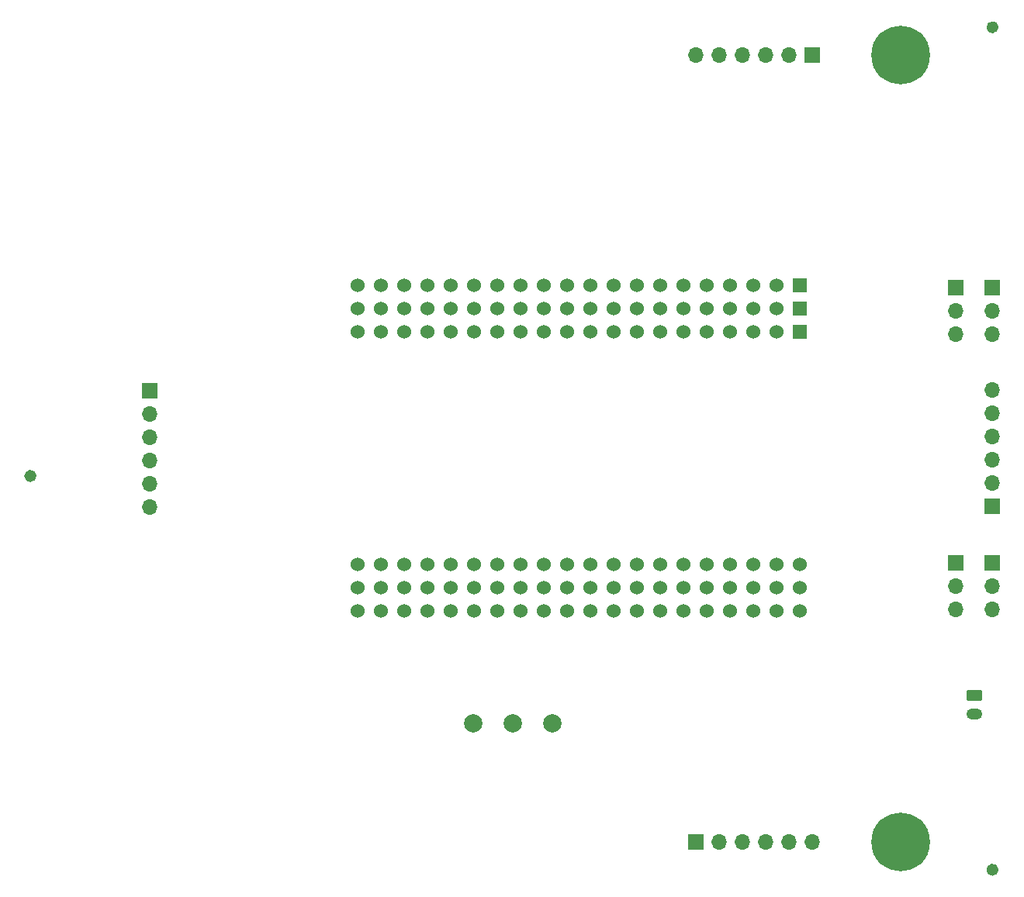
<source format=gbr>
G04 #@! TF.GenerationSoftware,KiCad,Pcbnew,(6.0.7)*
G04 #@! TF.CreationDate,2023-01-30T13:34:12-08:00*
G04 #@! TF.ProjectId,RobotDriver3,526f626f-7444-4726-9976-6572332e6b69,rev?*
G04 #@! TF.SameCoordinates,Original*
G04 #@! TF.FileFunction,Soldermask,Bot*
G04 #@! TF.FilePolarity,Negative*
%FSLAX46Y46*%
G04 Gerber Fmt 4.6, Leading zero omitted, Abs format (unit mm)*
G04 Created by KiCad (PCBNEW (6.0.7)) date 2023-01-30 13:34:12*
%MOMM*%
%LPD*%
G01*
G04 APERTURE LIST*
G04 Aperture macros list*
%AMRoundRect*
0 Rectangle with rounded corners*
0 $1 Rounding radius*
0 $2 $3 $4 $5 $6 $7 $8 $9 X,Y pos of 4 corners*
0 Add a 4 corners polygon primitive as box body*
4,1,4,$2,$3,$4,$5,$6,$7,$8,$9,$2,$3,0*
0 Add four circle primitives for the rounded corners*
1,1,$1+$1,$2,$3*
1,1,$1+$1,$4,$5*
1,1,$1+$1,$6,$7*
1,1,$1+$1,$8,$9*
0 Add four rect primitives between the rounded corners*
20,1,$1+$1,$2,$3,$4,$5,0*
20,1,$1+$1,$4,$5,$6,$7,0*
20,1,$1+$1,$6,$7,$8,$9,0*
20,1,$1+$1,$8,$9,$2,$3,0*%
G04 Aperture macros list end*
%ADD10C,0.650000*%
%ADD11R,1.700000X1.700000*%
%ADD12O,1.700000X1.700000*%
%ADD13C,0.800000*%
%ADD14C,6.400000*%
%ADD15R,1.524000X1.524000*%
%ADD16C,1.524000*%
%ADD17C,2.000000*%
%ADD18RoundRect,0.250000X-0.625000X0.350000X-0.625000X-0.350000X0.625000X-0.350000X0.625000X0.350000X0*%
%ADD19O,1.750000X1.200000*%
%ADD20C,1.152000*%
G04 APERTURE END LIST*
D10*
X87325000Y-63000000D02*
G75*
G03*
X87325000Y-63000000I-325000J0D01*
G01*
X192325000Y-106000000D02*
G75*
G03*
X192325000Y-106000000I-325000J0D01*
G01*
X192325000Y-14000000D02*
G75*
G03*
X192325000Y-14000000I-325000J0D01*
G01*
D11*
X187975000Y-42475000D03*
D12*
X187975000Y-45015000D03*
X187975000Y-47555000D03*
D13*
X183697056Y-101302944D03*
D14*
X182000000Y-103000000D03*
D13*
X182000000Y-100600000D03*
X183697056Y-104697056D03*
X184400000Y-103000000D03*
X180302944Y-101302944D03*
X179600000Y-103000000D03*
X180302944Y-104697056D03*
X182000000Y-105400000D03*
D15*
X171020000Y-47300000D03*
X171020000Y-44760000D03*
X171020000Y-42220000D03*
D16*
X168480000Y-47300000D03*
X168480000Y-42220000D03*
X168480000Y-44760000D03*
X165940000Y-44760000D03*
X165940000Y-42220000D03*
X165940000Y-47300000D03*
X163400000Y-47300000D03*
X163400000Y-44760000D03*
X163400000Y-42220000D03*
X160860000Y-47300000D03*
X160860000Y-42220000D03*
X160860000Y-44760000D03*
X158320000Y-42220000D03*
X158320000Y-47300000D03*
X158320000Y-44760000D03*
X155780000Y-42220000D03*
X155780000Y-44760000D03*
X155780000Y-47300000D03*
X153240000Y-42220000D03*
X153240000Y-44760000D03*
X153240000Y-47300000D03*
X150700000Y-44760000D03*
X150700000Y-42220000D03*
X150700000Y-47300000D03*
X148160000Y-44760000D03*
X148160000Y-42220000D03*
X148160000Y-47300000D03*
X145620000Y-47300000D03*
X145620000Y-42220000D03*
X145620000Y-44760000D03*
X143080000Y-47300000D03*
X143080000Y-44760000D03*
X143080000Y-42220000D03*
X140540000Y-47300000D03*
X140540000Y-42220000D03*
X140540000Y-44760000D03*
X138000000Y-44760000D03*
X138000000Y-47300000D03*
X138000000Y-42220000D03*
X135460000Y-44760000D03*
X135460000Y-42220000D03*
X135460000Y-47300000D03*
X132920000Y-42220000D03*
X132920000Y-44760000D03*
X132920000Y-47300000D03*
X130380000Y-44760000D03*
X130380000Y-47300000D03*
X130380000Y-42220000D03*
X127840000Y-44760000D03*
X127840000Y-47300000D03*
X127840000Y-42220000D03*
X125300000Y-42220000D03*
X125300000Y-44760000D03*
X125300000Y-47300000D03*
X122760000Y-47300000D03*
X122760000Y-44760000D03*
X122760000Y-42220000D03*
X122760000Y-77780000D03*
X122760000Y-75240000D03*
X122760000Y-72700000D03*
X125300000Y-72700000D03*
X125300000Y-77780000D03*
X125300000Y-75240000D03*
X127840000Y-77780000D03*
X127840000Y-75240000D03*
X127840000Y-72700000D03*
X130380000Y-77780000D03*
X130380000Y-75240000D03*
X130380000Y-72700000D03*
X132920000Y-77780000D03*
X132920000Y-75240000D03*
X132920000Y-72700000D03*
X135460000Y-72700000D03*
X135460000Y-75240000D03*
X135460000Y-77780000D03*
X138000000Y-72700000D03*
X138000000Y-77780000D03*
X138000000Y-75240000D03*
X140540000Y-72700000D03*
X140540000Y-75240000D03*
X140540000Y-77780000D03*
X143080000Y-77780000D03*
X143080000Y-75240000D03*
X143080000Y-72700000D03*
X145620000Y-75240000D03*
X145620000Y-72700000D03*
X145620000Y-77780000D03*
X148160000Y-75240000D03*
X148160000Y-72700000D03*
X148160000Y-77780000D03*
X150700000Y-77780000D03*
X150700000Y-75240000D03*
X150700000Y-72700000D03*
X153240000Y-72700000D03*
X153240000Y-75240000D03*
X153240000Y-77780000D03*
X155780000Y-75240000D03*
X155780000Y-77780000D03*
X155780000Y-72700000D03*
X158320000Y-72700000D03*
X158320000Y-75240000D03*
X158320000Y-77780000D03*
X160860000Y-72700000D03*
X160860000Y-77780000D03*
X160860000Y-75240000D03*
X163400000Y-75240000D03*
X163400000Y-77780000D03*
X163400000Y-72700000D03*
X165940000Y-77780000D03*
X165940000Y-72700000D03*
X165940000Y-75240000D03*
X168480000Y-72700000D03*
X168480000Y-77780000D03*
X168480000Y-75240000D03*
X171020000Y-72700000D03*
X171020000Y-77780000D03*
X171020000Y-75240000D03*
D11*
X191975000Y-72475000D03*
D12*
X191975000Y-75015000D03*
X191975000Y-77555000D03*
D17*
X135300000Y-90000000D03*
D18*
X190000000Y-87000000D03*
D19*
X190000000Y-89000000D03*
D20*
X87000000Y-63000000D03*
D17*
X144000000Y-90000000D03*
D11*
X100025000Y-53675000D03*
D12*
X100025000Y-56215000D03*
X100025000Y-58755000D03*
X100025000Y-61295000D03*
X100025000Y-63835000D03*
X100025000Y-66375000D03*
D13*
X182000000Y-14600000D03*
X180302944Y-18697056D03*
X184400000Y-17000000D03*
X182000000Y-19400000D03*
X183697056Y-15302944D03*
X183697056Y-18697056D03*
X179600000Y-17000000D03*
D14*
X182000000Y-17000000D03*
D13*
X180302944Y-15302944D03*
D11*
X191975000Y-42475000D03*
D12*
X191975000Y-45015000D03*
X191975000Y-47555000D03*
D11*
X191975000Y-66350000D03*
D12*
X191975000Y-63810000D03*
X191975000Y-61270000D03*
X191975000Y-58730000D03*
X191975000Y-56190000D03*
X191975000Y-53650000D03*
D11*
X159675000Y-102975000D03*
D12*
X162215000Y-102975000D03*
X164755000Y-102975000D03*
X167295000Y-102975000D03*
X169835000Y-102975000D03*
X172375000Y-102975000D03*
D20*
X192000000Y-106000000D03*
D11*
X187975000Y-72475000D03*
D12*
X187975000Y-75015000D03*
X187975000Y-77555000D03*
D20*
X192000000Y-14000000D03*
D11*
X172325000Y-17025000D03*
D12*
X169785000Y-17025000D03*
X167245000Y-17025000D03*
X164705000Y-17025000D03*
X162165000Y-17025000D03*
X159625000Y-17025000D03*
D17*
X139650000Y-90000000D03*
M02*

</source>
